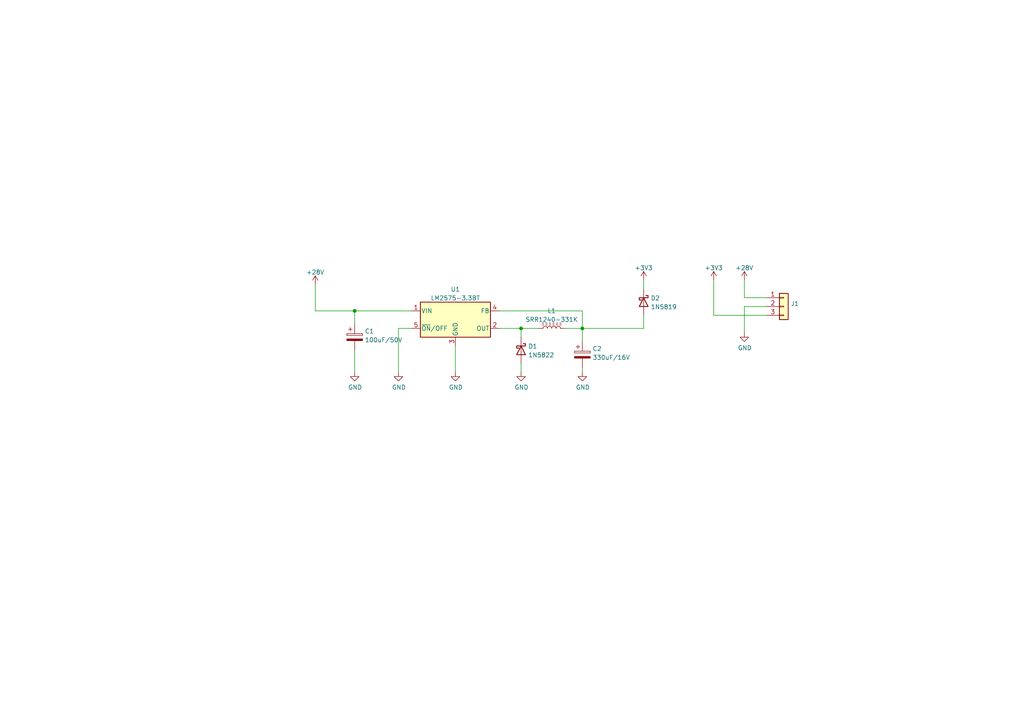
<source format=kicad_sch>
(kicad_sch (version 20211123) (generator eeschema)
  (paper "A4")
  (title_block (title "Power Module  2575") (date "22-09-05") (rev "A") (company "Grodans Paradis AB"))
  (lib_symbols
    (symbol "Connector_Generic:Conn_01x03" (pin_names (offset 1.016) hide)
      (property "Reference" "J" (at 0 5.08 0))
      (property "Value" "Conn_01x03" (at 0 -5.08 0))
      (symbol "Conn_01x03_1_1"
        (rectangle (start -1.27 -2.413) (end 0 -2.667) (stroke (width 0.1524)))
        (rectangle (start -1.27 0.127) (end 0 -0.127) (stroke (width 0.1524)))
        (rectangle (start -1.27 2.667) (end 0 2.413) (stroke (width 0.1524)))
        (rectangle (start -1.27 3.81) (end 1.27 -3.81) (stroke (width 0.254)) (fill (type background)))
        (pin passive line (at -5.08 2.54 0) (length 3.81) (name "Pin_1") (number "1"))
        (pin passive line (at -5.08 0 0) (length 3.81) (name "Pin_2") (number "2"))
        (pin passive line (at -5.08 -2.54 0) (length 3.81) (name "Pin_3") (number "3"))
      )
    )
    (symbol "Device:C_Polarized" (pin_numbers hide) (pin_names (offset 0.254))
      (property "Reference" "C" (at 0.635 2.54 0))
      (property "Value" "C_Polarized" (at 0.635 -2.54 0))
      (symbol "C_Polarized_0_1"
        (rectangle (start -2.286 0.508) (end 2.286 1.016))
        (polyline (pts (xy -1.778 2.286) (xy -0.762 2.286)))
        (polyline (pts (xy -1.27 2.794) (xy -1.27 1.778)))
        (rectangle (start 2.286 -0.508) (end -2.286 -1.016) (fill (type outline)))
      )
      (symbol "C_Polarized_1_1"
        (pin passive line (at 0 3.81 270) (length 2.794) (name "~") (number "1"))
        (pin passive line (at 0 -3.81 90) (length 2.794) (name "~") (number "2"))
      )
    )
    (symbol "Device:L_Ferrite" (pin_numbers hide) (pin_names (offset 1.016) hide)
      (property "Reference" "L" (at -1.27 0 90))
      (property "Value" "L_Ferrite" (at 2.794 0 90))
      (symbol "L_Ferrite_0_1"
        (arc (start 0 -2.54) (mid 0.635 -1.905) (end 0 -1.27))
        (arc (start 0 -1.27) (mid 0.635 -0.635) (end 0 0))
        (polyline (pts (xy 1.016 -2.794) (xy 1.016 -2.286)))
        (polyline (pts (xy 1.016 -1.778) (xy 1.016 -1.27)))
        (polyline (pts (xy 1.016 -0.762) (xy 1.016 -0.254)))
        (polyline (pts (xy 1.016 0.254) (xy 1.016 0.762)))
        (polyline (pts (xy 1.016 1.27) (xy 1.016 1.778)))
        (polyline (pts (xy 1.016 2.286) (xy 1.016 2.794)))
        (polyline (pts (xy 1.524 -2.286) (xy 1.524 -2.794)))
        (polyline (pts (xy 1.524 -1.27) (xy 1.524 -1.778)))
        (polyline (pts (xy 1.524 -0.254) (xy 1.524 -0.762)))
        (polyline (pts (xy 1.524 0.762) (xy 1.524 0.254)))
        (polyline (pts (xy 1.524 1.778) (xy 1.524 1.27)))
        (polyline (pts (xy 1.524 2.794) (xy 1.524 2.286)))
        (arc (start 0 0) (mid 0.635 0.635) (end 0 1.27))
        (arc (start 0 1.27) (mid 0.635 1.905) (end 0 2.54))
      )
      (symbol "L_Ferrite_1_1"
        (pin passive line (at 0 3.81 270) (length 1.27) (name "1") (number "1"))
        (pin passive line (at 0 -3.81 90) (length 1.27) (name "2") (number "2"))
      )
    )
    (symbol "Diode:1N5819" (pin_numbers hide) (pin_names (offset 1.016) hide)
      (property "Reference" "D" (at 0 2.54 0))
      (property "Value" "1N5819" (at 0 -2.54 0))
      (symbol "1N5819_0_1"
        (polyline (pts (xy 1.27 0) (xy -1.27 0)))
        (polyline (pts (xy 1.27 1.27) (xy 1.27 -1.27) (xy -1.27 0) (xy 1.27 1.27)) (stroke (width 0.254)))
        (polyline (pts (xy -1.905 0.635) (xy -1.905 1.27) (xy -1.27 1.27) (xy -1.27 -1.27) (xy -0.635 -1.27) (xy -0.635 -0.635)) (stroke (width 0.254)))
      )
      (symbol "1N5819_1_1"
        (pin passive line (at -3.81 0 0) (length 2.54) (name "K") (number "1"))
        (pin passive line (at 3.81 0 180) (length 2.54) (name "A") (number "2"))
      )
    )
    (symbol "Diode:1N5822" (pin_numbers hide) (pin_names (offset 1.016) hide)
      (property "Reference" "D" (at 0 2.54 0))
      (property "Value" "1N5822" (at 0 -2.54 0))
      (symbol "1N5822_0_1"
        (polyline (pts (xy 1.27 0) (xy -1.27 0)))
        (polyline (pts (xy 1.27 1.27) (xy 1.27 -1.27) (xy -1.27 0) (xy 1.27 1.27)) (stroke (width 0.254)))
        (polyline (pts (xy -1.905 0.635) (xy -1.905 1.27) (xy -1.27 1.27) (xy -1.27 -1.27) (xy -0.635 -1.27) (xy -0.635 -0.635)) (stroke (width 0.254)))
      )
      (symbol "1N5822_1_1"
        (pin passive line (at -3.81 0 0) (length 2.54) (name "K") (number "1"))
        (pin passive line (at 3.81 0 180) (length 2.54) (name "A") (number "2"))
      )
    )
    (symbol "Regulator_Switching:LM2575-3.3BT" (pin_names (offset 0.254))
      (property "Reference" "U" (at -10.16 6.35 0))
      (property "Value" "LM2575-3.3BT" (at 0 6.35 0))
      (symbol "LM2575-3.3BT_0_1"
        (rectangle (start -10.16 5.08) (end 10.16 -5.08) (stroke (width 0.254)) (fill (type background)))
      )
      (symbol "LM2575-3.3BT_1_1"
        (pin power_in line (at -12.7 2.54 0) (length 2.54) (name "VIN") (number "1"))
        (pin output line (at 12.7 -2.54 180) (length 2.54) (name "OUT") (number "2"))
        (pin power_in line (at 0 -7.62 90) (length 2.54) (name "GND") (number "3"))
        (pin input line (at 12.7 2.54 180) (length 2.54) (name "FB") (number "4"))
        (pin input line (at -12.7 -2.54 0) (length 2.54) (name "~{ON}/OFF") (number "5"))
      )
    )
    (symbol "power:+28V" (power) (pin_names (offset 0))
      (property "Value" "+28V" (at 0 3.81 0))
      (symbol "+28V_0_1"
        (polyline (pts (xy -0.762 1.27) (xy 0 2.54)))
        (polyline (pts (xy 0 0) (xy 0 2.54)))
        (polyline (pts (xy 0 2.54) (xy 0.762 1.27)))
      )
      (symbol "+28V_1_1"
        (pin power_in line (at 0 0 90) (length 0) hide (name "+28V") (number "1"))
      )
    )
    (symbol "power:+3.3V" (power) (pin_names (offset 0))
      (property "Value" "+3.3V" (at 0 3.556 0))
      (symbol "+3.3V_0_1"
        (polyline (pts (xy -0.762 1.27) (xy 0 2.54)))
        (polyline (pts (xy 0 0) (xy 0 2.54)))
        (polyline (pts (xy 0 2.54) (xy 0.762 1.27)))
      )
      (symbol "+3.3V_1_1"
        (pin power_in line (at 0 0 90) (length 0) hide (name "+3V3") (number "1"))
      )
    )
    (symbol "power:GND" (power) (pin_names (offset 0))
      (property "Value" "GND" (at 0 -3.81 0))
      (symbol "GND_0_1"
        (polyline (pts (xy 0 0) (xy 0 -1.27) (xy 1.27 -1.27) (xy 0 -2.54) (xy -1.27 -1.27) (xy 0 -1.27)))
      )
      (symbol "GND_1_1"
        (pin power_in line (at 0 0 270) (length 0) hide (name "GND") (number "1"))
      )
    )
  )
  (junction (at 102.87 90.17))
  (junction (at 168.91 95.25))
  (junction (at 151.13 95.25))
  (wire (pts (xy 115.57 95.25) (xy 115.57 107.95)))
  (wire (pts (xy 168.91 90.17) (xy 168.91 95.25)))
  (wire (pts (xy 168.91 95.25) (xy 168.91 99.06)))
  (wire (pts (xy 207.01 81.28) (xy 207.01 91.44)))
  (wire (pts (xy 132.08 100.33) (xy 132.08 107.95)))
  (wire (pts (xy 91.44 90.17) (xy 102.87 90.17)))
  (wire (pts (xy 207.01 91.44) (xy 222.25 91.44)))
  (wire (pts (xy 186.69 91.44) (xy 186.69 95.25)))
  (wire (pts (xy 151.13 95.25) (xy 156.21 95.25)))
  (wire (pts (xy 215.9 86.36) (xy 215.9 81.28)))
  (wire (pts (xy 151.13 97.79) (xy 151.13 95.25)))
  (wire (pts (xy 168.91 106.68) (xy 168.91 107.95)))
  (wire (pts (xy 102.87 101.6) (xy 102.87 107.95)))
  (wire (pts (xy 144.78 95.25) (xy 151.13 95.25)))
  (wire (pts (xy 119.38 95.25) (xy 115.57 95.25)))
  (wire (pts (xy 222.25 86.36) (xy 215.9 86.36)))
  (wire (pts (xy 222.25 88.9) (xy 215.9 88.9)))
  (wire (pts (xy 144.78 90.17) (xy 168.91 90.17)))
  (wire (pts (xy 91.44 82.55) (xy 91.44 90.17)))
  (wire (pts (xy 215.9 88.9) (xy 215.9 96.52)))
  (wire (pts (xy 168.91 95.25) (xy 186.69 95.25)))
  (wire (pts (xy 163.83 95.25) (xy 168.91 95.25)))
  (wire (pts (xy 102.87 90.17) (xy 119.38 90.17)))
  (wire (pts (xy 151.13 105.41) (xy 151.13 107.95)))
  (wire (pts (xy 102.87 90.17) (xy 102.87 93.98)))
  (wire (pts (xy 186.69 81.28) (xy 186.69 83.82)))
  (symbol (lib_id "Connector_Generic:Conn_01x03") (at 227.33 88.9 0) (unit 1)
    (property "Reference" "J1" (at 229.362 88.0653 0) (effects (justify left)))
    (property "Value" "Conn_01x03" (effects hide))
    (property "Footprint" "Connector_PinHeader_2.54mm:PinHeader_1x03_P2.54mm_Vertical" (effects hide))
  )
  (symbol (lib_id "Regulator_Switching:LM2575-3.3BT") (at 132.08 92.71 0) (unit 1)
    (property "Reference" "U1" (at 132.08 83.9302 0))
    (property "Value" "LM2575-3.3BT" (at 132.08 86.4671 0))
    (property "Footprint" "Package_TO_SOT_SMD:TO-263-5_TabPin3" (effects hide))
    (property "Datasheet" "http://ww1.microchip.com/downloads/en/DeviceDoc/lm2575.pdf" (effects hide))
  )
  (symbol (lib_id "power:GND") (at 168.91 107.95 0) (unit 1)
    (property "Reference" "#PWR0108" (effects hide))
    (property "Value" "GND" (at 169.037 112.3442 0))
  )
  (symbol (lib_id "power:+3.3V") (at 207.01 81.28 0) (unit 1)
    (property "Reference" "#PWR0102" (effects hide))
    (property "Value" "+3.3V" (at 207.01 77.7042 0))
  )
  (symbol (lib_id "Diode:1N5822") (at 151.13 101.6 270) (unit 1)
    (property "Reference" "D1" (at 153.162 100.4478 90) (effects (justify left)))
    (property "Value" "1N5822" (at 153.162 102.9847 90) (effects (justify left)))
    (property "Footprint" "Diode_SMD:D_SMA_Handsoldering" (effects hide))
    (property "Datasheet" "http://www.vishay.com/docs/88526/1n5820.pdf" (effects hide))
  )
  (symbol (lib_id "power:GND") (at 115.57 107.95 0) (unit 1)
    (property "Reference" "#PWR0105" (effects hide))
    (property "Value" "GND" (at 115.697 112.3442 0))
  )
  (symbol (lib_id "Device:L_Ferrite") (at 160.02 95.25 90) (unit 1)
    (property "Reference" "L1" (at 160.02 90.1532 90))
    (property "Value" "SRR1240-331K" (at 160.02 92.6901 90))
    (property "Footprint" "Inductor_SMD:L_Bourns_SRR1260" (effects hide))
    (property "Datasheet" "https://www.digikey.se/sv/products/detail/bourns-inc/SRR1240-331K/1969953?s=N4IgTCBcDaIM4CcEEYwBYAMBaAzD5A1gMYAuWAdgCYgC6AvkA" (effects hide))
  )
  (symbol (lib_id "power:GND") (at 102.87 107.95 0) (unit 1)
    (property "Reference" "#PWR0106" (effects hide))
    (property "Value" "GND" (at 102.997 112.3442 0))
  )
  (symbol (lib_id "power:GND") (at 215.9 96.52 0) (unit 1)
    (property "Reference" "#PWR0110" (effects hide))
    (property "Value" "GND" (at 216.027 100.9142 0))
  )
  (symbol (lib_id "power:GND") (at 132.08 107.95 0) (unit 1)
    (property "Reference" "#PWR0103" (effects hide))
    (property "Value" "GND" (at 132.207 112.3442 0))
  )
  (symbol (lib_id "power:+28V") (at 91.44 82.55 0) (unit 1)
    (property "Reference" "#PWR0107" (effects hide))
    (property "Value" "+28V" (at 91.44 78.9742 0))
  )
  (symbol (lib_id "Device:C_Polarized") (at 102.87 97.79 0) (unit 1)
    (property "Reference" "C1" (at 105.791 96.0663 0) (effects (justify left)))
    (property "Value" "100uF/50V" (at 105.791 98.6032 0) (effects (justify left)))
    (property "Footprint" "Capacitor_SMD:CP_Elec_6.3x9.9" (effects hide))
    (property "Datasheet" "https://industrial.panasonic.com/cdbs/www-data/pdf/RDE0000/ABA0000C1151.pdf" (effects hide))
  )
  (symbol (lib_id "power:+28V") (at 215.9 81.28 0) (unit 1)
    (property "Reference" "#PWR0101" (effects hide))
    (property "Value" "+28V" (at 215.9 77.7042 0))
  )
  (symbol (lib_id "power:+3.3V") (at 186.69 81.28 0) (unit 1)
    (property "Reference" "#PWR0109" (effects hide))
    (property "Value" "+3.3V" (at 186.69 77.7042 0))
  )
  (symbol (lib_id "power:GND") (at 151.13 107.95 0) (unit 1)
    (property "Reference" "#PWR0104" (effects hide))
    (property "Value" "GND" (at 151.257 112.3442 0))
  )
  (symbol (lib_id "Device:C_Polarized") (at 168.91 102.87 0) (unit 1)
    (property "Reference" "C2" (at 171.831 101.1463 0) (effects (justify left)))
    (property "Value" "330uF/16V" (at 171.831 103.6832 0) (effects (justify left)))
    (property "Footprint" "Capacitor_SMD:CP_Elec_6.3x9.9" (effects hide))
    (property "Datasheet" "https://industrial.panasonic.com/cdbs/www-data/pdf/RDE0000/ABA0000C1151.pdf" (effects hide))
  )
  (symbol (lib_id "Diode:1N5819") (at 186.69 87.63 270) (unit 1)
    (property "Reference" "D2" (at 188.722 86.4778 90) (effects (justify left)))
    (property "Value" "1N5819" (at 188.722 89.0147 90) (effects (justify left)))
    (property "Footprint" "Diode_SMD:D_SOD-123" (effects hide))
    (property "Datasheet" "http://www.vishay.com/docs/88525/1n5817.pdf" (effects hide))
  )
)
</source>
